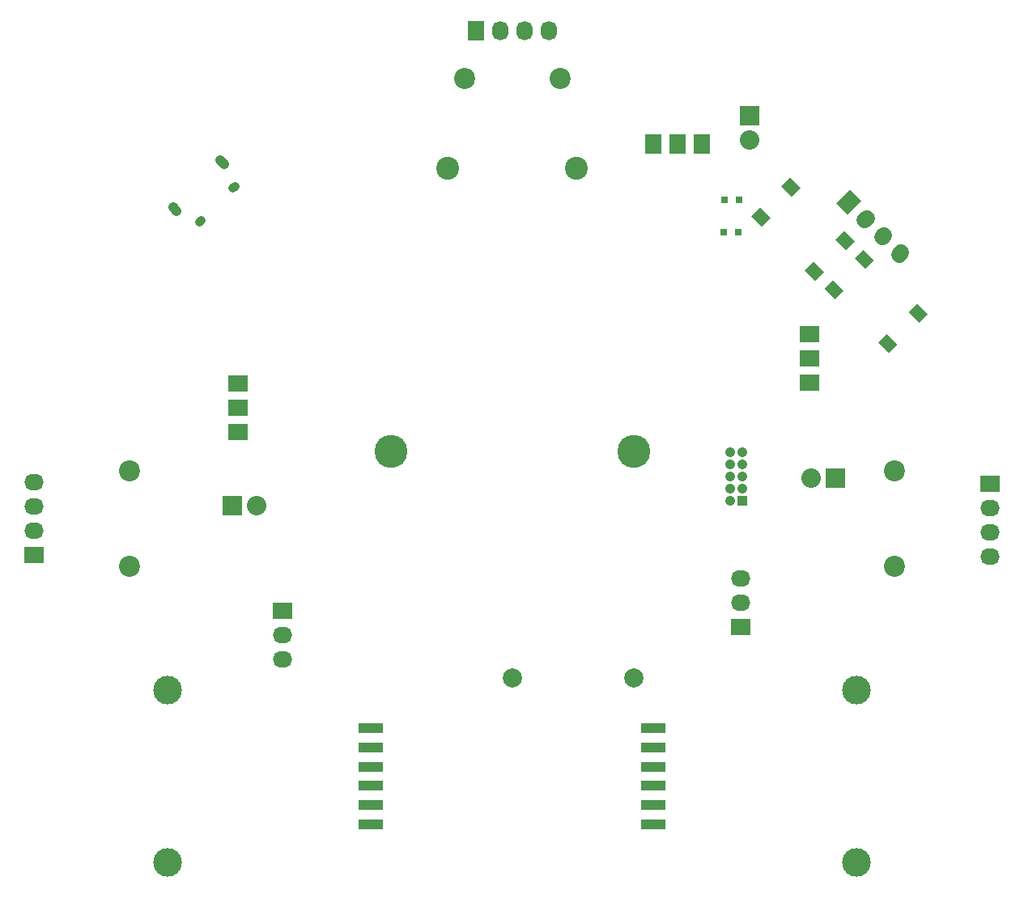
<source format=gbr>
G04 #@! TF.FileFunction,Soldermask,Bot*
%FSLAX46Y46*%
G04 Gerber Fmt 4.6, Leading zero omitted, Abs format (unit mm)*
G04 Created by KiCad (PCBNEW (2015-07-04 BZR 5884, Git c1bbf3e)-product) date 02/05/2016 12:26:27 PM*
%MOMM*%
G01*
G04 APERTURE LIST*
%ADD10C,0.100000*%
%ADD11C,0.950000*%
%ADD12C,1.000000*%
%ADD13C,3.450000*%
%ADD14C,2.000000*%
%ADD15C,2.400000*%
%ADD16R,2.032000X2.032000*%
%ADD17O,2.032000X2.032000*%
%ADD18R,2.032000X1.727200*%
%ADD19O,2.032000X1.727200*%
%ADD20R,1.727200X2.032000*%
%ADD21C,2.200000*%
%ADD22O,1.727200X2.032000*%
%ADD23R,1.050000X1.050000*%
%ADD24C,1.050000*%
%ADD25R,0.797560X0.797560*%
%ADD26C,1.727200*%
%ADD27C,3.000000*%
%ADD28R,2.500000X1.000000*%
G04 APERTURE END LIST*
D10*
D11*
X110979352Y-126230413D02*
X110767220Y-126442545D01*
X107443818Y-129765947D02*
X107231686Y-129978079D01*
D12*
X109476750Y-123525730D02*
X109865658Y-123914638D01*
X104527003Y-128475478D02*
X104915911Y-128864386D01*
D13*
X152700000Y-154000000D03*
D14*
X140000000Y-177720000D03*
X152700000Y-177720000D03*
D13*
X127300000Y-154000000D03*
D15*
X133270000Y-124400000D03*
X146730000Y-124400000D03*
D16*
X110700000Y-159700000D03*
D17*
X113240000Y-159700000D03*
D16*
X173800000Y-156800000D03*
D17*
X171260000Y-156800000D03*
D16*
X164800000Y-118900000D03*
D17*
X164800000Y-121440000D03*
D18*
X163900000Y-172340000D03*
D19*
X163900000Y-169800000D03*
X163900000Y-167260000D03*
D18*
X111300000Y-146920000D03*
X111300000Y-149460000D03*
X111300000Y-152000000D03*
D20*
X159880000Y-121800000D03*
X157340000Y-121800000D03*
X154800000Y-121800000D03*
D18*
X171100000Y-141700000D03*
X171100000Y-144240000D03*
X171100000Y-146780000D03*
D21*
X100000000Y-166000000D03*
X100000000Y-156000000D03*
D18*
X90000000Y-164810000D03*
D19*
X90000000Y-162270000D03*
X90000000Y-159730000D03*
X90000000Y-157190000D03*
D20*
X136190000Y-110000000D03*
D22*
X138730000Y-110000000D03*
X141270000Y-110000000D03*
X143810000Y-110000000D03*
D18*
X190000000Y-157380000D03*
D19*
X190000000Y-159920000D03*
X190000000Y-162460000D03*
X190000000Y-165000000D03*
D23*
X164070000Y-159200000D03*
D24*
X164070000Y-157930000D03*
X164070000Y-156660000D03*
X164070000Y-155390000D03*
X164070000Y-154120000D03*
X162800000Y-157930000D03*
X162800000Y-156660000D03*
X162800000Y-155390000D03*
X162800000Y-154120000D03*
X162800000Y-159200000D03*
D25*
X162201400Y-127700000D03*
X163700000Y-127700000D03*
X162150700Y-131100000D03*
X163649300Y-131100000D03*
D10*
G36*
X175852855Y-133808132D02*
X176772094Y-132888893D01*
X177868109Y-133984908D01*
X176948870Y-134904147D01*
X175852855Y-133808132D01*
X175852855Y-133808132D01*
G37*
G36*
X172670874Y-136990113D02*
X173590113Y-136070874D01*
X174686128Y-137166889D01*
X173766889Y-138086128D01*
X172670874Y-136990113D01*
X172670874Y-136990113D01*
G37*
G36*
X178292373Y-142611612D02*
X179211612Y-141692373D01*
X180307627Y-142788388D01*
X179388388Y-143707627D01*
X178292373Y-142611612D01*
X178292373Y-142611612D01*
G37*
G36*
X181474354Y-139429631D02*
X182393593Y-138510392D01*
X183489608Y-139606407D01*
X182570369Y-140525646D01*
X181474354Y-139429631D01*
X181474354Y-139429631D01*
G37*
G36*
X168172614Y-126209872D02*
X169091853Y-125290633D01*
X170187868Y-126386648D01*
X169268629Y-127305887D01*
X168172614Y-126209872D01*
X168172614Y-126209872D01*
G37*
G36*
X164990633Y-129391853D02*
X165909872Y-128472614D01*
X167005887Y-129568629D01*
X166086648Y-130487868D01*
X164990633Y-129391853D01*
X164990633Y-129391853D01*
G37*
G36*
X170612132Y-135013352D02*
X171531371Y-134094113D01*
X172627386Y-135190128D01*
X171708147Y-136109367D01*
X170612132Y-135013352D01*
X170612132Y-135013352D01*
G37*
G36*
X173794113Y-131831371D02*
X174713352Y-130912132D01*
X175809367Y-132008147D01*
X174890128Y-132927386D01*
X173794113Y-131831371D01*
X173794113Y-131831371D01*
G37*
G36*
X175100135Y-129236976D02*
X173878820Y-128015661D01*
X175315661Y-126578820D01*
X176536976Y-127800135D01*
X175100135Y-129236976D01*
X175100135Y-129236976D01*
G37*
D26*
X176896186Y-129811712D02*
X177111712Y-129596186D01*
X178692237Y-131607763D02*
X178907763Y-131392237D01*
X180488289Y-133403815D02*
X180703815Y-133188289D01*
D18*
X116000000Y-170660000D03*
D19*
X116000000Y-173200000D03*
X116000000Y-175740000D03*
D21*
X145000000Y-115000000D03*
X135000000Y-115000000D03*
X180000000Y-166000000D03*
X180000000Y-156000000D03*
D27*
X104000000Y-197000000D03*
D28*
X125250000Y-183000000D03*
X125250000Y-185000000D03*
X125250000Y-187000000D03*
X125250000Y-189000000D03*
X125250000Y-191000000D03*
X125250000Y-193000000D03*
D27*
X104000000Y-179000000D03*
X176000000Y-179000000D03*
D28*
X154750000Y-193000000D03*
X154750000Y-191000000D03*
X154750000Y-189000000D03*
X154750000Y-187000000D03*
X154750000Y-185000000D03*
X154750000Y-183000000D03*
D27*
X176000000Y-197000000D03*
M02*

</source>
